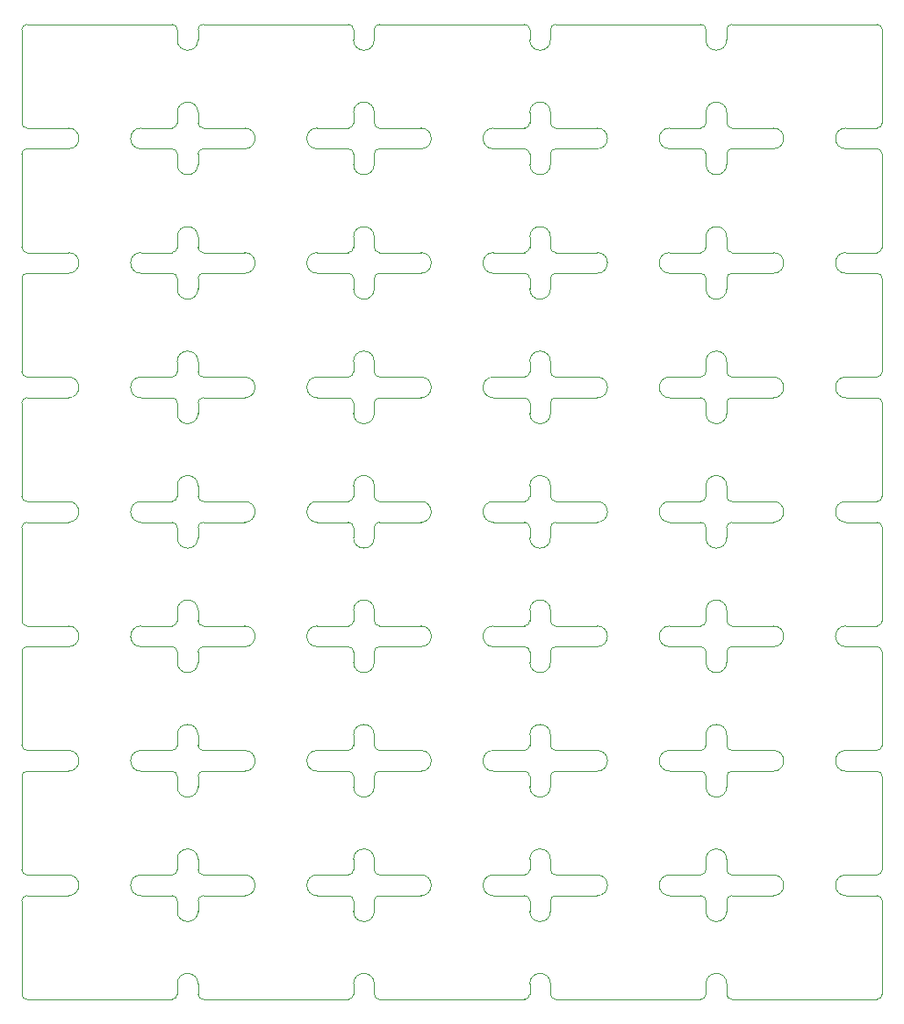
<source format=gbr>
%TF.GenerationSoftware,KiCad,Pcbnew,(5.1.6)-1*%
%TF.CreationDate,2021-08-15T16:57:46+02:00*%
%TF.ProjectId,proxima_panel,70726f78-696d-4615-9f70-616e656c2e6b,rev?*%
%TF.SameCoordinates,Original*%
%TF.FileFunction,Profile,NP*%
%FSLAX46Y46*%
G04 Gerber Fmt 4.6, Leading zero omitted, Abs format (unit mm)*
G04 Created by KiCad (PCBNEW (5.1.6)-1) date 2021-08-15 16:57:46*
%MOMM*%
%LPD*%
G01*
G04 APERTURE LIST*
%TA.AperFunction,Profile*%
%ADD10C,0.050000*%
%TD*%
G04 APERTURE END LIST*
D10*
X143500000Y-191000000D02*
X136500000Y-191000000D01*
X160500000Y-191000000D02*
X153500000Y-191000000D01*
X177500000Y-191000000D02*
X170500000Y-191000000D01*
X194500000Y-191000000D02*
X187500000Y-191000000D01*
X211500000Y-191000000D02*
X204500000Y-191000000D01*
X215000000Y-182500000D02*
X215000000Y-189500000D01*
X215000000Y-170500000D02*
X215000000Y-177500000D01*
X215000000Y-158500000D02*
X215000000Y-165500000D01*
X215000000Y-146500000D02*
X215000000Y-153500000D01*
X215000000Y-134500000D02*
X215000000Y-141500000D01*
X215000000Y-122500000D02*
X215000000Y-129500000D01*
X215000000Y-110500000D02*
X215000000Y-117500000D01*
X215000000Y-98500000D02*
X215000000Y-105500000D01*
X132000000Y-189500000D02*
X132000000Y-182500000D01*
X132000000Y-177500000D02*
X132000000Y-170500000D01*
X132000000Y-165500000D02*
X132000000Y-158500000D01*
X132000000Y-153500000D02*
X132000000Y-146500000D01*
X132000000Y-141500000D02*
X132000000Y-134500000D01*
X132000000Y-129500000D02*
X132000000Y-122500000D01*
X132000000Y-117500000D02*
X132000000Y-110500000D01*
X132000000Y-105500000D02*
X132000000Y-98500000D01*
X211500000Y-97000000D02*
X204500000Y-97000000D01*
X194500000Y-97000000D02*
X187500000Y-97000000D01*
X177500000Y-97000000D02*
X170500000Y-97000000D01*
X160500000Y-97000000D02*
X153500000Y-97000000D01*
X143500000Y-97000000D02*
X136500000Y-97000000D01*
X200000000Y-181500000D02*
G75*
G02*
X200500000Y-181000000I500000J0D01*
G01*
X183000000Y-181500000D02*
G75*
G02*
X183500000Y-181000000I500000J0D01*
G01*
X166000000Y-181500000D02*
G75*
G02*
X166500000Y-181000000I500000J0D01*
G01*
X149000000Y-181500000D02*
G75*
G02*
X149500000Y-181000000I500000J0D01*
G01*
X132000000Y-181500000D02*
G75*
G02*
X132500000Y-181000000I500000J0D01*
G01*
X200000000Y-169500000D02*
G75*
G02*
X200500000Y-169000000I500000J0D01*
G01*
X183000000Y-169500000D02*
G75*
G02*
X183500000Y-169000000I500000J0D01*
G01*
X166000000Y-169500000D02*
G75*
G02*
X166500000Y-169000000I500000J0D01*
G01*
X149000000Y-169500000D02*
G75*
G02*
X149500000Y-169000000I500000J0D01*
G01*
X132000000Y-169500000D02*
G75*
G02*
X132500000Y-169000000I500000J0D01*
G01*
X200000000Y-157500000D02*
G75*
G02*
X200500000Y-157000000I500000J0D01*
G01*
X183000000Y-157500000D02*
G75*
G02*
X183500000Y-157000000I500000J0D01*
G01*
X166000000Y-157500000D02*
G75*
G02*
X166500000Y-157000000I500000J0D01*
G01*
X149000000Y-157500000D02*
G75*
G02*
X149500000Y-157000000I500000J0D01*
G01*
X132000000Y-157500000D02*
G75*
G02*
X132500000Y-157000000I500000J0D01*
G01*
X200000000Y-145500000D02*
G75*
G02*
X200500000Y-145000000I500000J0D01*
G01*
X183000000Y-145500000D02*
G75*
G02*
X183500000Y-145000000I500000J0D01*
G01*
X166000000Y-145500000D02*
G75*
G02*
X166500000Y-145000000I500000J0D01*
G01*
X149000000Y-145500000D02*
G75*
G02*
X149500000Y-145000000I500000J0D01*
G01*
X132000000Y-145500000D02*
G75*
G02*
X132500000Y-145000000I500000J0D01*
G01*
X200000000Y-133500000D02*
G75*
G02*
X200500000Y-133000000I500000J0D01*
G01*
X183000000Y-133500000D02*
G75*
G02*
X183500000Y-133000000I500000J0D01*
G01*
X166000000Y-133500000D02*
G75*
G02*
X166500000Y-133000000I500000J0D01*
G01*
X149000000Y-133500000D02*
G75*
G02*
X149500000Y-133000000I500000J0D01*
G01*
X132000000Y-133500000D02*
G75*
G02*
X132500000Y-133000000I500000J0D01*
G01*
X200000000Y-121500000D02*
G75*
G02*
X200500000Y-121000000I500000J0D01*
G01*
X183000000Y-121500000D02*
G75*
G02*
X183500000Y-121000000I500000J0D01*
G01*
X166000000Y-121500000D02*
G75*
G02*
X166500000Y-121000000I500000J0D01*
G01*
X149000000Y-121500000D02*
G75*
G02*
X149500000Y-121000000I500000J0D01*
G01*
X132000000Y-121500000D02*
G75*
G02*
X132500000Y-121000000I500000J0D01*
G01*
X200000000Y-109500000D02*
G75*
G02*
X200500000Y-109000000I500000J0D01*
G01*
X183000000Y-109500000D02*
G75*
G02*
X183500000Y-109000000I500000J0D01*
G01*
X166000000Y-109500000D02*
G75*
G02*
X166500000Y-109000000I500000J0D01*
G01*
X149000000Y-109500000D02*
G75*
G02*
X149500000Y-109000000I500000J0D01*
G01*
X132000000Y-109500000D02*
G75*
G02*
X132500000Y-109000000I500000J0D01*
G01*
X200000000Y-97500000D02*
G75*
G02*
X200500000Y-97000000I500000J0D01*
G01*
X183000000Y-97500000D02*
G75*
G02*
X183500000Y-97000000I500000J0D01*
G01*
X166000000Y-97500000D02*
G75*
G02*
X166500000Y-97000000I500000J0D01*
G01*
X149000000Y-97500000D02*
G75*
G02*
X149500000Y-97000000I500000J0D01*
G01*
X215000000Y-190500000D02*
X215000000Y-189500000D01*
X198000000Y-190500000D02*
X198000000Y-189500000D01*
X181000000Y-190500000D02*
X181000000Y-189500000D01*
X164000000Y-190500000D02*
X164000000Y-189500000D01*
X147000000Y-190500000D02*
X147000000Y-189500000D01*
X215000000Y-178500000D02*
X215000000Y-177500000D01*
X198000000Y-178500000D02*
X198000000Y-177500000D01*
X181000000Y-178500000D02*
X181000000Y-177500000D01*
X164000000Y-178500000D02*
X164000000Y-177500000D01*
X147000000Y-178500000D02*
X147000000Y-177500000D01*
X215000000Y-166500000D02*
X215000000Y-165500000D01*
X198000000Y-166500000D02*
X198000000Y-165500000D01*
X181000000Y-166500000D02*
X181000000Y-165500000D01*
X164000000Y-166500000D02*
X164000000Y-165500000D01*
X147000000Y-166500000D02*
X147000000Y-165500000D01*
X215000000Y-154500000D02*
X215000000Y-153500000D01*
X198000000Y-154500000D02*
X198000000Y-153500000D01*
X181000000Y-154500000D02*
X181000000Y-153500000D01*
X164000000Y-154500000D02*
X164000000Y-153500000D01*
X147000000Y-154500000D02*
X147000000Y-153500000D01*
X215000000Y-142500000D02*
X215000000Y-141500000D01*
X198000000Y-142500000D02*
X198000000Y-141500000D01*
X181000000Y-142500000D02*
X181000000Y-141500000D01*
X164000000Y-142500000D02*
X164000000Y-141500000D01*
X147000000Y-142500000D02*
X147000000Y-141500000D01*
X215000000Y-130500000D02*
X215000000Y-129500000D01*
X198000000Y-130500000D02*
X198000000Y-129500000D01*
X181000000Y-130500000D02*
X181000000Y-129500000D01*
X164000000Y-130500000D02*
X164000000Y-129500000D01*
X147000000Y-130500000D02*
X147000000Y-129500000D01*
X215000000Y-118500000D02*
X215000000Y-117500000D01*
X198000000Y-118500000D02*
X198000000Y-117500000D01*
X181000000Y-118500000D02*
X181000000Y-117500000D01*
X164000000Y-118500000D02*
X164000000Y-117500000D01*
X147000000Y-118500000D02*
X147000000Y-117500000D01*
X215000000Y-106500000D02*
X215000000Y-105500000D01*
X198000000Y-106500000D02*
X198000000Y-105500000D01*
X181000000Y-106500000D02*
X181000000Y-105500000D01*
X164000000Y-106500000D02*
X164000000Y-105500000D01*
X204500000Y-181000000D02*
X200500000Y-181000000D01*
X187500000Y-181000000D02*
X183500000Y-181000000D01*
X170500000Y-181000000D02*
X166500000Y-181000000D01*
X153500000Y-181000000D02*
X149500000Y-181000000D01*
X136500000Y-181000000D02*
X132500000Y-181000000D01*
X204500000Y-169000000D02*
X200500000Y-169000000D01*
X187500000Y-169000000D02*
X183500000Y-169000000D01*
X170500000Y-169000000D02*
X166500000Y-169000000D01*
X153500000Y-169000000D02*
X149500000Y-169000000D01*
X136500000Y-169000000D02*
X132500000Y-169000000D01*
X204500000Y-157000000D02*
X200500000Y-157000000D01*
X187500000Y-157000000D02*
X183500000Y-157000000D01*
X170500000Y-157000000D02*
X166500000Y-157000000D01*
X153500000Y-157000000D02*
X149500000Y-157000000D01*
X136500000Y-157000000D02*
X132500000Y-157000000D01*
X204500000Y-145000000D02*
X200500000Y-145000000D01*
X187500000Y-145000000D02*
X183500000Y-145000000D01*
X170500000Y-145000000D02*
X166500000Y-145000000D01*
X153500000Y-145000000D02*
X149500000Y-145000000D01*
X136500000Y-145000000D02*
X132500000Y-145000000D01*
X204500000Y-133000000D02*
X200500000Y-133000000D01*
X187500000Y-133000000D02*
X183500000Y-133000000D01*
X170500000Y-133000000D02*
X166500000Y-133000000D01*
X153500000Y-133000000D02*
X149500000Y-133000000D01*
X136500000Y-133000000D02*
X132500000Y-133000000D01*
X204500000Y-121000000D02*
X200500000Y-121000000D01*
X187500000Y-121000000D02*
X183500000Y-121000000D01*
X170500000Y-121000000D02*
X166500000Y-121000000D01*
X153500000Y-121000000D02*
X149500000Y-121000000D01*
X136500000Y-121000000D02*
X132500000Y-121000000D01*
X204500000Y-109000000D02*
X200500000Y-109000000D01*
X187500000Y-109000000D02*
X183500000Y-109000000D01*
X170500000Y-109000000D02*
X166500000Y-109000000D01*
X153500000Y-109000000D02*
X149500000Y-109000000D01*
X136500000Y-109000000D02*
X132500000Y-109000000D01*
X204500000Y-97000000D02*
X200500000Y-97000000D01*
X187500000Y-97000000D02*
X183500000Y-97000000D01*
X170500000Y-97000000D02*
X166500000Y-97000000D01*
X153500000Y-97000000D02*
X149500000Y-97000000D01*
X200500000Y-191000000D02*
X204500000Y-191000000D01*
X183500000Y-191000000D02*
X187500000Y-191000000D01*
X166500000Y-191000000D02*
X170500000Y-191000000D01*
X149500000Y-191000000D02*
X153500000Y-191000000D01*
X132500000Y-191000000D02*
X136500000Y-191000000D01*
X200500000Y-179000000D02*
X204500000Y-179000000D01*
X183500000Y-179000000D02*
X187500000Y-179000000D01*
X166500000Y-179000000D02*
X170500000Y-179000000D01*
X149500000Y-179000000D02*
X153500000Y-179000000D01*
X132500000Y-179000000D02*
X136500000Y-179000000D01*
X200500000Y-167000000D02*
X204500000Y-167000000D01*
X183500000Y-167000000D02*
X187500000Y-167000000D01*
X166500000Y-167000000D02*
X170500000Y-167000000D01*
X149500000Y-167000000D02*
X153500000Y-167000000D01*
X132500000Y-167000000D02*
X136500000Y-167000000D01*
X200500000Y-155000000D02*
X204500000Y-155000000D01*
X183500000Y-155000000D02*
X187500000Y-155000000D01*
X166500000Y-155000000D02*
X170500000Y-155000000D01*
X149500000Y-155000000D02*
X153500000Y-155000000D01*
X132500000Y-155000000D02*
X136500000Y-155000000D01*
X200500000Y-143000000D02*
X204500000Y-143000000D01*
X183500000Y-143000000D02*
X187500000Y-143000000D01*
X166500000Y-143000000D02*
X170500000Y-143000000D01*
X149500000Y-143000000D02*
X153500000Y-143000000D01*
X132500000Y-143000000D02*
X136500000Y-143000000D01*
X200500000Y-131000000D02*
X204500000Y-131000000D01*
X183500000Y-131000000D02*
X187500000Y-131000000D01*
X166500000Y-131000000D02*
X170500000Y-131000000D01*
X149500000Y-131000000D02*
X153500000Y-131000000D01*
X132500000Y-131000000D02*
X136500000Y-131000000D01*
X200500000Y-119000000D02*
X204500000Y-119000000D01*
X183500000Y-119000000D02*
X187500000Y-119000000D01*
X166500000Y-119000000D02*
X170500000Y-119000000D01*
X149500000Y-119000000D02*
X153500000Y-119000000D01*
X132500000Y-119000000D02*
X136500000Y-119000000D01*
X200500000Y-107000000D02*
X204500000Y-107000000D01*
X183500000Y-107000000D02*
X187500000Y-107000000D01*
X166500000Y-107000000D02*
X170500000Y-107000000D01*
X149500000Y-107000000D02*
X153500000Y-107000000D01*
X211500000Y-191000000D02*
X214500000Y-191000000D01*
X194500000Y-191000000D02*
X197500000Y-191000000D01*
X177500000Y-191000000D02*
X180500000Y-191000000D01*
X160500000Y-191000000D02*
X163500000Y-191000000D01*
X143500000Y-191000000D02*
X146500000Y-191000000D01*
X211500000Y-179000000D02*
X214500000Y-179000000D01*
X194500000Y-179000000D02*
X197500000Y-179000000D01*
X177500000Y-179000000D02*
X180500000Y-179000000D01*
X160500000Y-179000000D02*
X163500000Y-179000000D01*
X143500000Y-179000000D02*
X146500000Y-179000000D01*
X211500000Y-167000000D02*
X214500000Y-167000000D01*
X194500000Y-167000000D02*
X197500000Y-167000000D01*
X177500000Y-167000000D02*
X180500000Y-167000000D01*
X160500000Y-167000000D02*
X163500000Y-167000000D01*
X143500000Y-167000000D02*
X146500000Y-167000000D01*
X211500000Y-155000000D02*
X214500000Y-155000000D01*
X194500000Y-155000000D02*
X197500000Y-155000000D01*
X177500000Y-155000000D02*
X180500000Y-155000000D01*
X160500000Y-155000000D02*
X163500000Y-155000000D01*
X143500000Y-155000000D02*
X146500000Y-155000000D01*
X211500000Y-143000000D02*
X214500000Y-143000000D01*
X194500000Y-143000000D02*
X197500000Y-143000000D01*
X177500000Y-143000000D02*
X180500000Y-143000000D01*
X160500000Y-143000000D02*
X163500000Y-143000000D01*
X143500000Y-143000000D02*
X146500000Y-143000000D01*
X211500000Y-131000000D02*
X214500000Y-131000000D01*
X194500000Y-131000000D02*
X197500000Y-131000000D01*
X177500000Y-131000000D02*
X180500000Y-131000000D01*
X160500000Y-131000000D02*
X163500000Y-131000000D01*
X143500000Y-131000000D02*
X146500000Y-131000000D01*
X211500000Y-119000000D02*
X214500000Y-119000000D01*
X194500000Y-119000000D02*
X197500000Y-119000000D01*
X177500000Y-119000000D02*
X180500000Y-119000000D01*
X160500000Y-119000000D02*
X163500000Y-119000000D01*
X143500000Y-119000000D02*
X146500000Y-119000000D01*
X211500000Y-107000000D02*
X214500000Y-107000000D01*
X194500000Y-107000000D02*
X197500000Y-107000000D01*
X177500000Y-107000000D02*
X180500000Y-107000000D01*
X160500000Y-107000000D02*
X163500000Y-107000000D01*
X200000000Y-189500000D02*
X200000000Y-190500000D01*
X183000000Y-189500000D02*
X183000000Y-190500000D01*
X166000000Y-189500000D02*
X166000000Y-190500000D01*
X149000000Y-189500000D02*
X149000000Y-190500000D01*
X132000000Y-189500000D02*
X132000000Y-190500000D01*
X200000000Y-177500000D02*
X200000000Y-178500000D01*
X183000000Y-177500000D02*
X183000000Y-178500000D01*
X166000000Y-177500000D02*
X166000000Y-178500000D01*
X149000000Y-177500000D02*
X149000000Y-178500000D01*
X132000000Y-177500000D02*
X132000000Y-178500000D01*
X200000000Y-165500000D02*
X200000000Y-166500000D01*
X183000000Y-165500000D02*
X183000000Y-166500000D01*
X166000000Y-165500000D02*
X166000000Y-166500000D01*
X149000000Y-165500000D02*
X149000000Y-166500000D01*
X132000000Y-165500000D02*
X132000000Y-166500000D01*
X200000000Y-153500000D02*
X200000000Y-154500000D01*
X183000000Y-153500000D02*
X183000000Y-154500000D01*
X166000000Y-153500000D02*
X166000000Y-154500000D01*
X149000000Y-153500000D02*
X149000000Y-154500000D01*
X132000000Y-153500000D02*
X132000000Y-154500000D01*
X200000000Y-141500000D02*
X200000000Y-142500000D01*
X183000000Y-141500000D02*
X183000000Y-142500000D01*
X166000000Y-141500000D02*
X166000000Y-142500000D01*
X149000000Y-141500000D02*
X149000000Y-142500000D01*
X132000000Y-141500000D02*
X132000000Y-142500000D01*
X200000000Y-129500000D02*
X200000000Y-130500000D01*
X183000000Y-129500000D02*
X183000000Y-130500000D01*
X166000000Y-129500000D02*
X166000000Y-130500000D01*
X149000000Y-129500000D02*
X149000000Y-130500000D01*
X132000000Y-129500000D02*
X132000000Y-130500000D01*
X200000000Y-117500000D02*
X200000000Y-118500000D01*
X183000000Y-117500000D02*
X183000000Y-118500000D01*
X166000000Y-117500000D02*
X166000000Y-118500000D01*
X149000000Y-117500000D02*
X149000000Y-118500000D01*
X132000000Y-117500000D02*
X132000000Y-118500000D01*
X200000000Y-105500000D02*
X200000000Y-106500000D01*
X183000000Y-105500000D02*
X183000000Y-106500000D01*
X166000000Y-105500000D02*
X166000000Y-106500000D01*
X149000000Y-105500000D02*
X149000000Y-106500000D01*
X200500000Y-191000000D02*
G75*
G02*
X200000000Y-190500000I0J500000D01*
G01*
X183500000Y-191000000D02*
G75*
G02*
X183000000Y-190500000I0J500000D01*
G01*
X166500000Y-191000000D02*
G75*
G02*
X166000000Y-190500000I0J500000D01*
G01*
X149500000Y-191000000D02*
G75*
G02*
X149000000Y-190500000I0J500000D01*
G01*
X132500000Y-191000000D02*
G75*
G02*
X132000000Y-190500000I0J500000D01*
G01*
X200500000Y-179000000D02*
G75*
G02*
X200000000Y-178500000I0J500000D01*
G01*
X183500000Y-179000000D02*
G75*
G02*
X183000000Y-178500000I0J500000D01*
G01*
X166500000Y-179000000D02*
G75*
G02*
X166000000Y-178500000I0J500000D01*
G01*
X149500000Y-179000000D02*
G75*
G02*
X149000000Y-178500000I0J500000D01*
G01*
X132500000Y-179000000D02*
G75*
G02*
X132000000Y-178500000I0J500000D01*
G01*
X200500000Y-167000000D02*
G75*
G02*
X200000000Y-166500000I0J500000D01*
G01*
X183500000Y-167000000D02*
G75*
G02*
X183000000Y-166500000I0J500000D01*
G01*
X166500000Y-167000000D02*
G75*
G02*
X166000000Y-166500000I0J500000D01*
G01*
X149500000Y-167000000D02*
G75*
G02*
X149000000Y-166500000I0J500000D01*
G01*
X132500000Y-167000000D02*
G75*
G02*
X132000000Y-166500000I0J500000D01*
G01*
X200500000Y-155000000D02*
G75*
G02*
X200000000Y-154500000I0J500000D01*
G01*
X183500000Y-155000000D02*
G75*
G02*
X183000000Y-154500000I0J500000D01*
G01*
X166500000Y-155000000D02*
G75*
G02*
X166000000Y-154500000I0J500000D01*
G01*
X149500000Y-155000000D02*
G75*
G02*
X149000000Y-154500000I0J500000D01*
G01*
X132500000Y-155000000D02*
G75*
G02*
X132000000Y-154500000I0J500000D01*
G01*
X200500000Y-143000000D02*
G75*
G02*
X200000000Y-142500000I0J500000D01*
G01*
X183500000Y-143000000D02*
G75*
G02*
X183000000Y-142500000I0J500000D01*
G01*
X166500000Y-143000000D02*
G75*
G02*
X166000000Y-142500000I0J500000D01*
G01*
X149500000Y-143000000D02*
G75*
G02*
X149000000Y-142500000I0J500000D01*
G01*
X132500000Y-143000000D02*
G75*
G02*
X132000000Y-142500000I0J500000D01*
G01*
X200500000Y-131000000D02*
G75*
G02*
X200000000Y-130500000I0J500000D01*
G01*
X183500000Y-131000000D02*
G75*
G02*
X183000000Y-130500000I0J500000D01*
G01*
X166500000Y-131000000D02*
G75*
G02*
X166000000Y-130500000I0J500000D01*
G01*
X149500000Y-131000000D02*
G75*
G02*
X149000000Y-130500000I0J500000D01*
G01*
X132500000Y-131000000D02*
G75*
G02*
X132000000Y-130500000I0J500000D01*
G01*
X200500000Y-119000000D02*
G75*
G02*
X200000000Y-118500000I0J500000D01*
G01*
X183500000Y-119000000D02*
G75*
G02*
X183000000Y-118500000I0J500000D01*
G01*
X166500000Y-119000000D02*
G75*
G02*
X166000000Y-118500000I0J500000D01*
G01*
X149500000Y-119000000D02*
G75*
G02*
X149000000Y-118500000I0J500000D01*
G01*
X132500000Y-119000000D02*
G75*
G02*
X132000000Y-118500000I0J500000D01*
G01*
X200500000Y-107000000D02*
G75*
G02*
X200000000Y-106500000I0J500000D01*
G01*
X183500000Y-107000000D02*
G75*
G02*
X183000000Y-106500000I0J500000D01*
G01*
X166500000Y-107000000D02*
G75*
G02*
X166000000Y-106500000I0J500000D01*
G01*
X149500000Y-107000000D02*
G75*
G02*
X149000000Y-106500000I0J500000D01*
G01*
X214500000Y-181000000D02*
G75*
G02*
X215000000Y-181500000I0J-500000D01*
G01*
X197500000Y-181000000D02*
G75*
G02*
X198000000Y-181500000I0J-500000D01*
G01*
X180500000Y-181000000D02*
G75*
G02*
X181000000Y-181500000I0J-500000D01*
G01*
X163500000Y-181000000D02*
G75*
G02*
X164000000Y-181500000I0J-500000D01*
G01*
X146500000Y-181000000D02*
G75*
G02*
X147000000Y-181500000I0J-500000D01*
G01*
X214500000Y-169000000D02*
G75*
G02*
X215000000Y-169500000I0J-500000D01*
G01*
X197500000Y-169000000D02*
G75*
G02*
X198000000Y-169500000I0J-500000D01*
G01*
X180500000Y-169000000D02*
G75*
G02*
X181000000Y-169500000I0J-500000D01*
G01*
X163500000Y-169000000D02*
G75*
G02*
X164000000Y-169500000I0J-500000D01*
G01*
X146500000Y-169000000D02*
G75*
G02*
X147000000Y-169500000I0J-500000D01*
G01*
X214500000Y-157000000D02*
G75*
G02*
X215000000Y-157500000I0J-500000D01*
G01*
X197500000Y-157000000D02*
G75*
G02*
X198000000Y-157500000I0J-500000D01*
G01*
X180500000Y-157000000D02*
G75*
G02*
X181000000Y-157500000I0J-500000D01*
G01*
X163500000Y-157000000D02*
G75*
G02*
X164000000Y-157500000I0J-500000D01*
G01*
X146500000Y-157000000D02*
G75*
G02*
X147000000Y-157500000I0J-500000D01*
G01*
X214500000Y-145000000D02*
G75*
G02*
X215000000Y-145500000I0J-500000D01*
G01*
X197500000Y-145000000D02*
G75*
G02*
X198000000Y-145500000I0J-500000D01*
G01*
X180500000Y-145000000D02*
G75*
G02*
X181000000Y-145500000I0J-500000D01*
G01*
X163500000Y-145000000D02*
G75*
G02*
X164000000Y-145500000I0J-500000D01*
G01*
X146500000Y-145000000D02*
G75*
G02*
X147000000Y-145500000I0J-500000D01*
G01*
X214500000Y-133000000D02*
G75*
G02*
X215000000Y-133500000I0J-500000D01*
G01*
X197500000Y-133000000D02*
G75*
G02*
X198000000Y-133500000I0J-500000D01*
G01*
X180500000Y-133000000D02*
G75*
G02*
X181000000Y-133500000I0J-500000D01*
G01*
X163500000Y-133000000D02*
G75*
G02*
X164000000Y-133500000I0J-500000D01*
G01*
X146500000Y-133000000D02*
G75*
G02*
X147000000Y-133500000I0J-500000D01*
G01*
X214500000Y-121000000D02*
G75*
G02*
X215000000Y-121500000I0J-500000D01*
G01*
X197500000Y-121000000D02*
G75*
G02*
X198000000Y-121500000I0J-500000D01*
G01*
X180500000Y-121000000D02*
G75*
G02*
X181000000Y-121500000I0J-500000D01*
G01*
X163500000Y-121000000D02*
G75*
G02*
X164000000Y-121500000I0J-500000D01*
G01*
X146500000Y-121000000D02*
G75*
G02*
X147000000Y-121500000I0J-500000D01*
G01*
X214500000Y-109000000D02*
G75*
G02*
X215000000Y-109500000I0J-500000D01*
G01*
X197500000Y-109000000D02*
G75*
G02*
X198000000Y-109500000I0J-500000D01*
G01*
X180500000Y-109000000D02*
G75*
G02*
X181000000Y-109500000I0J-500000D01*
G01*
X163500000Y-109000000D02*
G75*
G02*
X164000000Y-109500000I0J-500000D01*
G01*
X146500000Y-109000000D02*
G75*
G02*
X147000000Y-109500000I0J-500000D01*
G01*
X214500000Y-97000000D02*
G75*
G02*
X215000000Y-97500000I0J-500000D01*
G01*
X197500000Y-97000000D02*
G75*
G02*
X198000000Y-97500000I0J-500000D01*
G01*
X180500000Y-97000000D02*
G75*
G02*
X181000000Y-97500000I0J-500000D01*
G01*
X163500000Y-97000000D02*
G75*
G02*
X164000000Y-97500000I0J-500000D01*
G01*
X200000000Y-181500000D02*
X200000000Y-182500000D01*
X183000000Y-181500000D02*
X183000000Y-182500000D01*
X166000000Y-181500000D02*
X166000000Y-182500000D01*
X149000000Y-181500000D02*
X149000000Y-182500000D01*
X132000000Y-181500000D02*
X132000000Y-182500000D01*
X200000000Y-169500000D02*
X200000000Y-170500000D01*
X183000000Y-169500000D02*
X183000000Y-170500000D01*
X166000000Y-169500000D02*
X166000000Y-170500000D01*
X149000000Y-169500000D02*
X149000000Y-170500000D01*
X132000000Y-169500000D02*
X132000000Y-170500000D01*
X200000000Y-157500000D02*
X200000000Y-158500000D01*
X183000000Y-157500000D02*
X183000000Y-158500000D01*
X166000000Y-157500000D02*
X166000000Y-158500000D01*
X149000000Y-157500000D02*
X149000000Y-158500000D01*
X132000000Y-157500000D02*
X132000000Y-158500000D01*
X200000000Y-145500000D02*
X200000000Y-146500000D01*
X183000000Y-145500000D02*
X183000000Y-146500000D01*
X166000000Y-145500000D02*
X166000000Y-146500000D01*
X149000000Y-145500000D02*
X149000000Y-146500000D01*
X132000000Y-145500000D02*
X132000000Y-146500000D01*
X200000000Y-133500000D02*
X200000000Y-134500000D01*
X183000000Y-133500000D02*
X183000000Y-134500000D01*
X166000000Y-133500000D02*
X166000000Y-134500000D01*
X149000000Y-133500000D02*
X149000000Y-134500000D01*
X132000000Y-133500000D02*
X132000000Y-134500000D01*
X200000000Y-121500000D02*
X200000000Y-122500000D01*
X183000000Y-121500000D02*
X183000000Y-122500000D01*
X166000000Y-121500000D02*
X166000000Y-122500000D01*
X149000000Y-121500000D02*
X149000000Y-122500000D01*
X132000000Y-121500000D02*
X132000000Y-122500000D01*
X200000000Y-109500000D02*
X200000000Y-110500000D01*
X183000000Y-109500000D02*
X183000000Y-110500000D01*
X166000000Y-109500000D02*
X166000000Y-110500000D01*
X149000000Y-109500000D02*
X149000000Y-110500000D01*
X132000000Y-109500000D02*
X132000000Y-110500000D01*
X200000000Y-97500000D02*
X200000000Y-98500000D01*
X183000000Y-97500000D02*
X183000000Y-98500000D01*
X166000000Y-97500000D02*
X166000000Y-98500000D01*
X149000000Y-97500000D02*
X149000000Y-98500000D01*
X215000000Y-182500000D02*
X215000000Y-181500000D01*
X198000000Y-182500000D02*
X198000000Y-181500000D01*
X181000000Y-182500000D02*
X181000000Y-181500000D01*
X164000000Y-182500000D02*
X164000000Y-181500000D01*
X147000000Y-182500000D02*
X147000000Y-181500000D01*
X215000000Y-170500000D02*
X215000000Y-169500000D01*
X198000000Y-170500000D02*
X198000000Y-169500000D01*
X181000000Y-170500000D02*
X181000000Y-169500000D01*
X164000000Y-170500000D02*
X164000000Y-169500000D01*
X147000000Y-170500000D02*
X147000000Y-169500000D01*
X215000000Y-158500000D02*
X215000000Y-157500000D01*
X198000000Y-158500000D02*
X198000000Y-157500000D01*
X181000000Y-158500000D02*
X181000000Y-157500000D01*
X164000000Y-158500000D02*
X164000000Y-157500000D01*
X147000000Y-158500000D02*
X147000000Y-157500000D01*
X215000000Y-146500000D02*
X215000000Y-145500000D01*
X198000000Y-146500000D02*
X198000000Y-145500000D01*
X181000000Y-146500000D02*
X181000000Y-145500000D01*
X164000000Y-146500000D02*
X164000000Y-145500000D01*
X147000000Y-146500000D02*
X147000000Y-145500000D01*
X215000000Y-134500000D02*
X215000000Y-133500000D01*
X198000000Y-134500000D02*
X198000000Y-133500000D01*
X181000000Y-134500000D02*
X181000000Y-133500000D01*
X164000000Y-134500000D02*
X164000000Y-133500000D01*
X147000000Y-134500000D02*
X147000000Y-133500000D01*
X215000000Y-122500000D02*
X215000000Y-121500000D01*
X198000000Y-122500000D02*
X198000000Y-121500000D01*
X181000000Y-122500000D02*
X181000000Y-121500000D01*
X164000000Y-122500000D02*
X164000000Y-121500000D01*
X147000000Y-122500000D02*
X147000000Y-121500000D01*
X215000000Y-110500000D02*
X215000000Y-109500000D01*
X198000000Y-110500000D02*
X198000000Y-109500000D01*
X181000000Y-110500000D02*
X181000000Y-109500000D01*
X164000000Y-110500000D02*
X164000000Y-109500000D01*
X147000000Y-110500000D02*
X147000000Y-109500000D01*
X215000000Y-98500000D02*
X215000000Y-97500000D01*
X198000000Y-98500000D02*
X198000000Y-97500000D01*
X181000000Y-98500000D02*
X181000000Y-97500000D01*
X164000000Y-98500000D02*
X164000000Y-97500000D01*
X215000000Y-190500000D02*
G75*
G02*
X214500000Y-191000000I-500000J0D01*
G01*
X198000000Y-190500000D02*
G75*
G02*
X197500000Y-191000000I-500000J0D01*
G01*
X181000000Y-190500000D02*
G75*
G02*
X180500000Y-191000000I-500000J0D01*
G01*
X164000000Y-190500000D02*
G75*
G02*
X163500000Y-191000000I-500000J0D01*
G01*
X147000000Y-190500000D02*
G75*
G02*
X146500000Y-191000000I-500000J0D01*
G01*
X215000000Y-178500000D02*
G75*
G02*
X214500000Y-179000000I-500000J0D01*
G01*
X198000000Y-178500000D02*
G75*
G02*
X197500000Y-179000000I-500000J0D01*
G01*
X181000000Y-178500000D02*
G75*
G02*
X180500000Y-179000000I-500000J0D01*
G01*
X164000000Y-178500000D02*
G75*
G02*
X163500000Y-179000000I-500000J0D01*
G01*
X147000000Y-178500000D02*
G75*
G02*
X146500000Y-179000000I-500000J0D01*
G01*
X215000000Y-166500000D02*
G75*
G02*
X214500000Y-167000000I-500000J0D01*
G01*
X198000000Y-166500000D02*
G75*
G02*
X197500000Y-167000000I-500000J0D01*
G01*
X181000000Y-166500000D02*
G75*
G02*
X180500000Y-167000000I-500000J0D01*
G01*
X164000000Y-166500000D02*
G75*
G02*
X163500000Y-167000000I-500000J0D01*
G01*
X147000000Y-166500000D02*
G75*
G02*
X146500000Y-167000000I-500000J0D01*
G01*
X215000000Y-154500000D02*
G75*
G02*
X214500000Y-155000000I-500000J0D01*
G01*
X198000000Y-154500000D02*
G75*
G02*
X197500000Y-155000000I-500000J0D01*
G01*
X181000000Y-154500000D02*
G75*
G02*
X180500000Y-155000000I-500000J0D01*
G01*
X164000000Y-154500000D02*
G75*
G02*
X163500000Y-155000000I-500000J0D01*
G01*
X147000000Y-154500000D02*
G75*
G02*
X146500000Y-155000000I-500000J0D01*
G01*
X215000000Y-142500000D02*
G75*
G02*
X214500000Y-143000000I-500000J0D01*
G01*
X198000000Y-142500000D02*
G75*
G02*
X197500000Y-143000000I-500000J0D01*
G01*
X181000000Y-142500000D02*
G75*
G02*
X180500000Y-143000000I-500000J0D01*
G01*
X164000000Y-142500000D02*
G75*
G02*
X163500000Y-143000000I-500000J0D01*
G01*
X147000000Y-142500000D02*
G75*
G02*
X146500000Y-143000000I-500000J0D01*
G01*
X215000000Y-130500000D02*
G75*
G02*
X214500000Y-131000000I-500000J0D01*
G01*
X198000000Y-130500000D02*
G75*
G02*
X197500000Y-131000000I-500000J0D01*
G01*
X181000000Y-130500000D02*
G75*
G02*
X180500000Y-131000000I-500000J0D01*
G01*
X164000000Y-130500000D02*
G75*
G02*
X163500000Y-131000000I-500000J0D01*
G01*
X147000000Y-130500000D02*
G75*
G02*
X146500000Y-131000000I-500000J0D01*
G01*
X215000000Y-118500000D02*
G75*
G02*
X214500000Y-119000000I-500000J0D01*
G01*
X198000000Y-118500000D02*
G75*
G02*
X197500000Y-119000000I-500000J0D01*
G01*
X181000000Y-118500000D02*
G75*
G02*
X180500000Y-119000000I-500000J0D01*
G01*
X164000000Y-118500000D02*
G75*
G02*
X163500000Y-119000000I-500000J0D01*
G01*
X147000000Y-118500000D02*
G75*
G02*
X146500000Y-119000000I-500000J0D01*
G01*
X215000000Y-106500000D02*
G75*
G02*
X214500000Y-107000000I-500000J0D01*
G01*
X198000000Y-106500000D02*
G75*
G02*
X197500000Y-107000000I-500000J0D01*
G01*
X181000000Y-106500000D02*
G75*
G02*
X180500000Y-107000000I-500000J0D01*
G01*
X164000000Y-106500000D02*
G75*
G02*
X163500000Y-107000000I-500000J0D01*
G01*
X214500000Y-181000000D02*
X211500000Y-181000000D01*
X197500000Y-181000000D02*
X194500000Y-181000000D01*
X180500000Y-181000000D02*
X177500000Y-181000000D01*
X163500000Y-181000000D02*
X160500000Y-181000000D01*
X146500000Y-181000000D02*
X143500000Y-181000000D01*
X214500000Y-169000000D02*
X211500000Y-169000000D01*
X197500000Y-169000000D02*
X194500000Y-169000000D01*
X180500000Y-169000000D02*
X177500000Y-169000000D01*
X163500000Y-169000000D02*
X160500000Y-169000000D01*
X146500000Y-169000000D02*
X143500000Y-169000000D01*
X214500000Y-157000000D02*
X211500000Y-157000000D01*
X197500000Y-157000000D02*
X194500000Y-157000000D01*
X180500000Y-157000000D02*
X177500000Y-157000000D01*
X163500000Y-157000000D02*
X160500000Y-157000000D01*
X146500000Y-157000000D02*
X143500000Y-157000000D01*
X214500000Y-145000000D02*
X211500000Y-145000000D01*
X197500000Y-145000000D02*
X194500000Y-145000000D01*
X180500000Y-145000000D02*
X177500000Y-145000000D01*
X163500000Y-145000000D02*
X160500000Y-145000000D01*
X146500000Y-145000000D02*
X143500000Y-145000000D01*
X214500000Y-133000000D02*
X211500000Y-133000000D01*
X197500000Y-133000000D02*
X194500000Y-133000000D01*
X180500000Y-133000000D02*
X177500000Y-133000000D01*
X163500000Y-133000000D02*
X160500000Y-133000000D01*
X146500000Y-133000000D02*
X143500000Y-133000000D01*
X214500000Y-121000000D02*
X211500000Y-121000000D01*
X197500000Y-121000000D02*
X194500000Y-121000000D01*
X180500000Y-121000000D02*
X177500000Y-121000000D01*
X163500000Y-121000000D02*
X160500000Y-121000000D01*
X146500000Y-121000000D02*
X143500000Y-121000000D01*
X214500000Y-109000000D02*
X211500000Y-109000000D01*
X197500000Y-109000000D02*
X194500000Y-109000000D01*
X180500000Y-109000000D02*
X177500000Y-109000000D01*
X163500000Y-109000000D02*
X160500000Y-109000000D01*
X146500000Y-109000000D02*
X143500000Y-109000000D01*
X214500000Y-97000000D02*
X211500000Y-97000000D01*
X197500000Y-97000000D02*
X194500000Y-97000000D01*
X180500000Y-97000000D02*
X177500000Y-97000000D01*
X163500000Y-97000000D02*
X160500000Y-97000000D01*
X204500000Y-179000000D02*
G75*
G02*
X204500000Y-181000000I0J-1000000D01*
G01*
X187500000Y-179000000D02*
G75*
G02*
X187500000Y-181000000I0J-1000000D01*
G01*
X170500000Y-179000000D02*
G75*
G02*
X170500000Y-181000000I0J-1000000D01*
G01*
X153500000Y-179000000D02*
G75*
G02*
X153500000Y-181000000I0J-1000000D01*
G01*
X136500000Y-179000000D02*
G75*
G02*
X136500000Y-181000000I0J-1000000D01*
G01*
X204500000Y-167000000D02*
G75*
G02*
X204500000Y-169000000I0J-1000000D01*
G01*
X187500000Y-167000000D02*
G75*
G02*
X187500000Y-169000000I0J-1000000D01*
G01*
X170500000Y-167000000D02*
G75*
G02*
X170500000Y-169000000I0J-1000000D01*
G01*
X153500000Y-167000000D02*
G75*
G02*
X153500000Y-169000000I0J-1000000D01*
G01*
X136500000Y-167000000D02*
G75*
G02*
X136500000Y-169000000I0J-1000000D01*
G01*
X204500000Y-155000000D02*
G75*
G02*
X204500000Y-157000000I0J-1000000D01*
G01*
X187500000Y-155000000D02*
G75*
G02*
X187500000Y-157000000I0J-1000000D01*
G01*
X170500000Y-155000000D02*
G75*
G02*
X170500000Y-157000000I0J-1000000D01*
G01*
X153500000Y-155000000D02*
G75*
G02*
X153500000Y-157000000I0J-1000000D01*
G01*
X136500000Y-155000000D02*
G75*
G02*
X136500000Y-157000000I0J-1000000D01*
G01*
X204500000Y-143000000D02*
G75*
G02*
X204500000Y-145000000I0J-1000000D01*
G01*
X187500000Y-143000000D02*
G75*
G02*
X187500000Y-145000000I0J-1000000D01*
G01*
X170500000Y-143000000D02*
G75*
G02*
X170500000Y-145000000I0J-1000000D01*
G01*
X153500000Y-143000000D02*
G75*
G02*
X153500000Y-145000000I0J-1000000D01*
G01*
X136500000Y-143000000D02*
G75*
G02*
X136500000Y-145000000I0J-1000000D01*
G01*
X204500000Y-131000000D02*
G75*
G02*
X204500000Y-133000000I0J-1000000D01*
G01*
X187500000Y-131000000D02*
G75*
G02*
X187500000Y-133000000I0J-1000000D01*
G01*
X170500000Y-131000000D02*
G75*
G02*
X170500000Y-133000000I0J-1000000D01*
G01*
X153500000Y-131000000D02*
G75*
G02*
X153500000Y-133000000I0J-1000000D01*
G01*
X136500000Y-131000000D02*
G75*
G02*
X136500000Y-133000000I0J-1000000D01*
G01*
X204500000Y-119000000D02*
G75*
G02*
X204500000Y-121000000I0J-1000000D01*
G01*
X187500000Y-119000000D02*
G75*
G02*
X187500000Y-121000000I0J-1000000D01*
G01*
X170500000Y-119000000D02*
G75*
G02*
X170500000Y-121000000I0J-1000000D01*
G01*
X153500000Y-119000000D02*
G75*
G02*
X153500000Y-121000000I0J-1000000D01*
G01*
X136500000Y-119000000D02*
G75*
G02*
X136500000Y-121000000I0J-1000000D01*
G01*
X204500000Y-107000000D02*
G75*
G02*
X204500000Y-109000000I0J-1000000D01*
G01*
X187500000Y-107000000D02*
G75*
G02*
X187500000Y-109000000I0J-1000000D01*
G01*
X170500000Y-107000000D02*
G75*
G02*
X170500000Y-109000000I0J-1000000D01*
G01*
X153500000Y-107000000D02*
G75*
G02*
X153500000Y-109000000I0J-1000000D01*
G01*
X198000000Y-189500000D02*
G75*
G02*
X200000000Y-189500000I1000000J0D01*
G01*
X181000000Y-189500000D02*
G75*
G02*
X183000000Y-189500000I1000000J0D01*
G01*
X164000000Y-189500000D02*
G75*
G02*
X166000000Y-189500000I1000000J0D01*
G01*
X147000000Y-189500000D02*
G75*
G02*
X149000000Y-189500000I1000000J0D01*
G01*
X198000000Y-177500000D02*
G75*
G02*
X200000000Y-177500000I1000000J0D01*
G01*
X181000000Y-177500000D02*
G75*
G02*
X183000000Y-177500000I1000000J0D01*
G01*
X164000000Y-177500000D02*
G75*
G02*
X166000000Y-177500000I1000000J0D01*
G01*
X147000000Y-177500000D02*
G75*
G02*
X149000000Y-177500000I1000000J0D01*
G01*
X198000000Y-165500000D02*
G75*
G02*
X200000000Y-165500000I1000000J0D01*
G01*
X181000000Y-165500000D02*
G75*
G02*
X183000000Y-165500000I1000000J0D01*
G01*
X164000000Y-165500000D02*
G75*
G02*
X166000000Y-165500000I1000000J0D01*
G01*
X147000000Y-165500000D02*
G75*
G02*
X149000000Y-165500000I1000000J0D01*
G01*
X198000000Y-153500000D02*
G75*
G02*
X200000000Y-153500000I1000000J0D01*
G01*
X181000000Y-153500000D02*
G75*
G02*
X183000000Y-153500000I1000000J0D01*
G01*
X164000000Y-153500000D02*
G75*
G02*
X166000000Y-153500000I1000000J0D01*
G01*
X147000000Y-153500000D02*
G75*
G02*
X149000000Y-153500000I1000000J0D01*
G01*
X198000000Y-141500000D02*
G75*
G02*
X200000000Y-141500000I1000000J0D01*
G01*
X181000000Y-141500000D02*
G75*
G02*
X183000000Y-141500000I1000000J0D01*
G01*
X164000000Y-141500000D02*
G75*
G02*
X166000000Y-141500000I1000000J0D01*
G01*
X147000000Y-141500000D02*
G75*
G02*
X149000000Y-141500000I1000000J0D01*
G01*
X198000000Y-129500000D02*
G75*
G02*
X200000000Y-129500000I1000000J0D01*
G01*
X181000000Y-129500000D02*
G75*
G02*
X183000000Y-129500000I1000000J0D01*
G01*
X164000000Y-129500000D02*
G75*
G02*
X166000000Y-129500000I1000000J0D01*
G01*
X147000000Y-129500000D02*
G75*
G02*
X149000000Y-129500000I1000000J0D01*
G01*
X198000000Y-117500000D02*
G75*
G02*
X200000000Y-117500000I1000000J0D01*
G01*
X181000000Y-117500000D02*
G75*
G02*
X183000000Y-117500000I1000000J0D01*
G01*
X164000000Y-117500000D02*
G75*
G02*
X166000000Y-117500000I1000000J0D01*
G01*
X147000000Y-117500000D02*
G75*
G02*
X149000000Y-117500000I1000000J0D01*
G01*
X198000000Y-105500000D02*
G75*
G02*
X200000000Y-105500000I1000000J0D01*
G01*
X181000000Y-105500000D02*
G75*
G02*
X183000000Y-105500000I1000000J0D01*
G01*
X164000000Y-105500000D02*
G75*
G02*
X166000000Y-105500000I1000000J0D01*
G01*
X200000000Y-182500000D02*
G75*
G02*
X198000000Y-182500000I-1000000J0D01*
G01*
X183000000Y-182500000D02*
G75*
G02*
X181000000Y-182500000I-1000000J0D01*
G01*
X166000000Y-182500000D02*
G75*
G02*
X164000000Y-182500000I-1000000J0D01*
G01*
X149000000Y-182500000D02*
G75*
G02*
X147000000Y-182500000I-1000000J0D01*
G01*
X200000000Y-170500000D02*
G75*
G02*
X198000000Y-170500000I-1000000J0D01*
G01*
X183000000Y-170500000D02*
G75*
G02*
X181000000Y-170500000I-1000000J0D01*
G01*
X166000000Y-170500000D02*
G75*
G02*
X164000000Y-170500000I-1000000J0D01*
G01*
X149000000Y-170500000D02*
G75*
G02*
X147000000Y-170500000I-1000000J0D01*
G01*
X200000000Y-158500000D02*
G75*
G02*
X198000000Y-158500000I-1000000J0D01*
G01*
X183000000Y-158500000D02*
G75*
G02*
X181000000Y-158500000I-1000000J0D01*
G01*
X166000000Y-158500000D02*
G75*
G02*
X164000000Y-158500000I-1000000J0D01*
G01*
X149000000Y-158500000D02*
G75*
G02*
X147000000Y-158500000I-1000000J0D01*
G01*
X200000000Y-146500000D02*
G75*
G02*
X198000000Y-146500000I-1000000J0D01*
G01*
X183000000Y-146500000D02*
G75*
G02*
X181000000Y-146500000I-1000000J0D01*
G01*
X166000000Y-146500000D02*
G75*
G02*
X164000000Y-146500000I-1000000J0D01*
G01*
X149000000Y-146500000D02*
G75*
G02*
X147000000Y-146500000I-1000000J0D01*
G01*
X200000000Y-134500000D02*
G75*
G02*
X198000000Y-134500000I-1000000J0D01*
G01*
X183000000Y-134500000D02*
G75*
G02*
X181000000Y-134500000I-1000000J0D01*
G01*
X166000000Y-134500000D02*
G75*
G02*
X164000000Y-134500000I-1000000J0D01*
G01*
X149000000Y-134500000D02*
G75*
G02*
X147000000Y-134500000I-1000000J0D01*
G01*
X200000000Y-122500000D02*
G75*
G02*
X198000000Y-122500000I-1000000J0D01*
G01*
X183000000Y-122500000D02*
G75*
G02*
X181000000Y-122500000I-1000000J0D01*
G01*
X166000000Y-122500000D02*
G75*
G02*
X164000000Y-122500000I-1000000J0D01*
G01*
X149000000Y-122500000D02*
G75*
G02*
X147000000Y-122500000I-1000000J0D01*
G01*
X200000000Y-110500000D02*
G75*
G02*
X198000000Y-110500000I-1000000J0D01*
G01*
X183000000Y-110500000D02*
G75*
G02*
X181000000Y-110500000I-1000000J0D01*
G01*
X166000000Y-110500000D02*
G75*
G02*
X164000000Y-110500000I-1000000J0D01*
G01*
X149000000Y-110500000D02*
G75*
G02*
X147000000Y-110500000I-1000000J0D01*
G01*
X200000000Y-98500000D02*
G75*
G02*
X198000000Y-98500000I-1000000J0D01*
G01*
X183000000Y-98500000D02*
G75*
G02*
X181000000Y-98500000I-1000000J0D01*
G01*
X166000000Y-98500000D02*
G75*
G02*
X164000000Y-98500000I-1000000J0D01*
G01*
X211500000Y-181000000D02*
G75*
G02*
X211500000Y-179000000I0J1000000D01*
G01*
X194500000Y-181000000D02*
G75*
G02*
X194500000Y-179000000I0J1000000D01*
G01*
X177500000Y-181000000D02*
G75*
G02*
X177500000Y-179000000I0J1000000D01*
G01*
X160500000Y-181000000D02*
G75*
G02*
X160500000Y-179000000I0J1000000D01*
G01*
X143500000Y-181000000D02*
G75*
G02*
X143500000Y-179000000I0J1000000D01*
G01*
X211500000Y-169000000D02*
G75*
G02*
X211500000Y-167000000I0J1000000D01*
G01*
X194500000Y-169000000D02*
G75*
G02*
X194500000Y-167000000I0J1000000D01*
G01*
X177500000Y-169000000D02*
G75*
G02*
X177500000Y-167000000I0J1000000D01*
G01*
X160500000Y-169000000D02*
G75*
G02*
X160500000Y-167000000I0J1000000D01*
G01*
X143500000Y-169000000D02*
G75*
G02*
X143500000Y-167000000I0J1000000D01*
G01*
X211500000Y-157000000D02*
G75*
G02*
X211500000Y-155000000I0J1000000D01*
G01*
X194500000Y-157000000D02*
G75*
G02*
X194500000Y-155000000I0J1000000D01*
G01*
X177500000Y-157000000D02*
G75*
G02*
X177500000Y-155000000I0J1000000D01*
G01*
X160500000Y-157000000D02*
G75*
G02*
X160500000Y-155000000I0J1000000D01*
G01*
X143500000Y-157000000D02*
G75*
G02*
X143500000Y-155000000I0J1000000D01*
G01*
X211500000Y-145000000D02*
G75*
G02*
X211500000Y-143000000I0J1000000D01*
G01*
X194500000Y-145000000D02*
G75*
G02*
X194500000Y-143000000I0J1000000D01*
G01*
X177500000Y-145000000D02*
G75*
G02*
X177500000Y-143000000I0J1000000D01*
G01*
X160500000Y-145000000D02*
G75*
G02*
X160500000Y-143000000I0J1000000D01*
G01*
X143500000Y-145000000D02*
G75*
G02*
X143500000Y-143000000I0J1000000D01*
G01*
X211500000Y-133000000D02*
G75*
G02*
X211500000Y-131000000I0J1000000D01*
G01*
X194500000Y-133000000D02*
G75*
G02*
X194500000Y-131000000I0J1000000D01*
G01*
X177500000Y-133000000D02*
G75*
G02*
X177500000Y-131000000I0J1000000D01*
G01*
X160500000Y-133000000D02*
G75*
G02*
X160500000Y-131000000I0J1000000D01*
G01*
X143500000Y-133000000D02*
G75*
G02*
X143500000Y-131000000I0J1000000D01*
G01*
X211500000Y-121000000D02*
G75*
G02*
X211500000Y-119000000I0J1000000D01*
G01*
X194500000Y-121000000D02*
G75*
G02*
X194500000Y-119000000I0J1000000D01*
G01*
X177500000Y-121000000D02*
G75*
G02*
X177500000Y-119000000I0J1000000D01*
G01*
X160500000Y-121000000D02*
G75*
G02*
X160500000Y-119000000I0J1000000D01*
G01*
X143500000Y-121000000D02*
G75*
G02*
X143500000Y-119000000I0J1000000D01*
G01*
X211500000Y-109000000D02*
G75*
G02*
X211500000Y-107000000I0J1000000D01*
G01*
X194500000Y-109000000D02*
G75*
G02*
X194500000Y-107000000I0J1000000D01*
G01*
X177500000Y-109000000D02*
G75*
G02*
X177500000Y-107000000I0J1000000D01*
G01*
X160500000Y-109000000D02*
G75*
G02*
X160500000Y-107000000I0J1000000D01*
G01*
X149000000Y-98500000D02*
G75*
G02*
X147000000Y-98500000I-1000000J0D01*
G01*
X143500000Y-109000000D02*
G75*
G02*
X143500000Y-107000000I0J1000000D01*
G01*
X147000000Y-105500000D02*
G75*
G02*
X149000000Y-105500000I1000000J0D01*
G01*
X136500000Y-107000000D02*
G75*
G02*
X136500000Y-109000000I0J-1000000D01*
G01*
X146500000Y-97000000D02*
G75*
G02*
X147000000Y-97500000I0J-500000D01*
G01*
X147000000Y-106500000D02*
G75*
G02*
X146500000Y-107000000I-500000J0D01*
G01*
X132500000Y-107000000D02*
G75*
G02*
X132000000Y-106500000I0J500000D01*
G01*
X132000000Y-97500000D02*
G75*
G02*
X132500000Y-97000000I500000J0D01*
G01*
X146500000Y-97000000D02*
X143500000Y-97000000D01*
X147000000Y-98500000D02*
X147000000Y-97500000D01*
X147000000Y-106500000D02*
X147000000Y-105500000D01*
X143500000Y-107000000D02*
X146500000Y-107000000D01*
X132500000Y-107000000D02*
X136500000Y-107000000D01*
X132000000Y-105500000D02*
X132000000Y-106500000D01*
X132000000Y-97500000D02*
X132000000Y-98500000D01*
X136500000Y-97000000D02*
X132500000Y-97000000D01*
M02*

</source>
